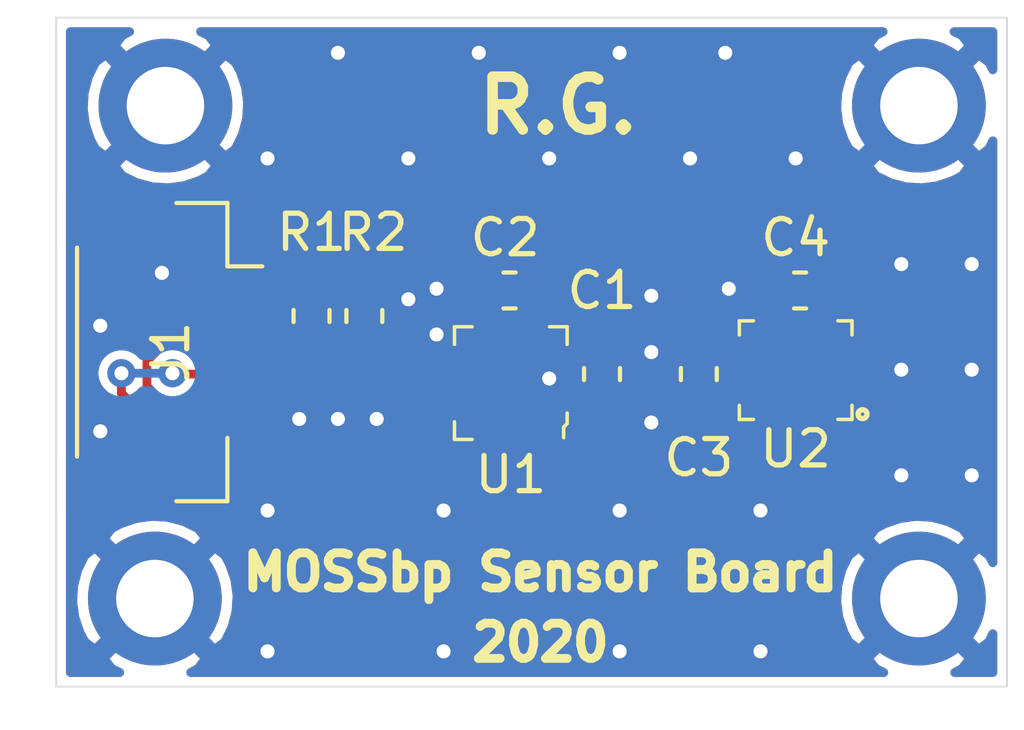
<source format=kicad_pcb>
(kicad_pcb (version 20171130) (host pcbnew 5.1.5-52549c5~84~ubuntu18.04.1)

  (general
    (thickness 1.6)
    (drawings 8)
    (tracks 109)
    (zones 0)
    (modules 13)
    (nets 5)
  )

  (page A4)
  (layers
    (0 F.Cu signal)
    (31 B.Cu signal)
    (32 B.Adhes user)
    (33 F.Adhes user)
    (34 B.Paste user)
    (35 F.Paste user)
    (36 B.SilkS user)
    (37 F.SilkS user)
    (38 B.Mask user)
    (39 F.Mask user)
    (40 Dwgs.User user)
    (41 Cmts.User user)
    (42 Eco1.User user)
    (43 Eco2.User user)
    (44 Edge.Cuts user)
    (45 Margin user)
    (46 B.CrtYd user)
    (47 F.CrtYd user)
    (48 B.Fab user)
    (49 F.Fab user)
  )

  (setup
    (last_trace_width 0.25)
    (trace_clearance 0.2)
    (zone_clearance 0.25)
    (zone_45_only no)
    (trace_min 0.2)
    (via_size 0.8)
    (via_drill 0.4)
    (via_min_size 0.4)
    (via_min_drill 0.3)
    (uvia_size 0.3)
    (uvia_drill 0.1)
    (uvias_allowed no)
    (uvia_min_size 0.2)
    (uvia_min_drill 0.1)
    (edge_width 0.05)
    (segment_width 0.2)
    (pcb_text_width 0.3)
    (pcb_text_size 1.5 1.5)
    (mod_edge_width 0.12)
    (mod_text_size 1 1)
    (mod_text_width 0.15)
    (pad_size 1.524 1.524)
    (pad_drill 0.762)
    (pad_to_mask_clearance 0.051)
    (solder_mask_min_width 0.25)
    (aux_axis_origin 0 0)
    (visible_elements FFFDFF7F)
    (pcbplotparams
      (layerselection 0x010fc_ffffffff)
      (usegerberextensions false)
      (usegerberattributes false)
      (usegerberadvancedattributes false)
      (creategerberjobfile false)
      (excludeedgelayer true)
      (linewidth 0.100000)
      (plotframeref false)
      (viasonmask false)
      (mode 1)
      (useauxorigin false)
      (hpglpennumber 1)
      (hpglpenspeed 20)
      (hpglpendiameter 15.000000)
      (psnegative false)
      (psa4output false)
      (plotreference true)
      (plotvalue true)
      (plotinvisibletext false)
      (padsonsilk false)
      (subtractmaskfromsilk false)
      (outputformat 1)
      (mirror false)
      (drillshape 1)
      (scaleselection 1)
      (outputdirectory ""))
  )

  (net 0 "")
  (net 1 GND)
  (net 2 +3V3)
  (net 3 /I2C_SDA)
  (net 4 /I2C_SCL)

  (net_class Default "This is the default net class."
    (clearance 0.2)
    (trace_width 0.25)
    (via_dia 0.8)
    (via_drill 0.4)
    (uvia_dia 0.3)
    (uvia_drill 0.1)
    (add_net +3V3)
    (add_net /I2C_SCL)
    (add_net /I2C_SDA)
    (add_net GND)
  )

  (module MountingHole:MountingHole_2.2mm_M2_ISO14580_Pad (layer F.Cu) (tedit 56D1B4CB) (tstamp 5E2EAD6A)
    (at 142.5 96.5)
    (descr "Mounting Hole 2.2mm, M2, ISO14580")
    (tags "mounting hole 2.2mm m2 iso14580")
    (path /5E3654E0)
    (attr virtual)
    (fp_text reference H4 (at 0 -2.9) (layer F.SilkS) hide
      (effects (font (size 1 1) (thickness 0.15)))
    )
    (fp_text value MH (at 0 2.9) (layer F.Fab)
      (effects (font (size 1 1) (thickness 0.15)))
    )
    (fp_circle (center 0 0) (end 2.15 0) (layer F.CrtYd) (width 0.05))
    (fp_circle (center 0 0) (end 1.9 0) (layer Cmts.User) (width 0.15))
    (fp_text user %R (at 0.3 0) (layer F.Fab)
      (effects (font (size 1 1) (thickness 0.15)))
    )
    (pad 1 thru_hole circle (at 0 0) (size 3.8 3.8) (drill 2.2) (layers *.Cu *.Mask)
      (net 1 GND))
  )

  (module MountingHole:MountingHole_2.2mm_M2_ISO14580_Pad (layer F.Cu) (tedit 56D1B4CB) (tstamp 5E2EBB0D)
    (at 142.5 82.5)
    (descr "Mounting Hole 2.2mm, M2, ISO14580")
    (tags "mounting hole 2.2mm m2 iso14580")
    (path /5E36525E)
    (attr virtual)
    (fp_text reference H3 (at 0 -2.9) (layer F.SilkS) hide
      (effects (font (size 1 1) (thickness 0.15)))
    )
    (fp_text value MH (at 0 2.9) (layer F.Fab)
      (effects (font (size 1 1) (thickness 0.15)))
    )
    (fp_circle (center 0 0) (end 2.15 0) (layer F.CrtYd) (width 0.05))
    (fp_circle (center 0 0) (end 1.9 0) (layer Cmts.User) (width 0.15))
    (fp_text user %R (at 0.3 0) (layer F.Fab)
      (effects (font (size 1 1) (thickness 0.15)))
    )
    (pad 1 thru_hole circle (at 0 0) (size 3.8 3.8) (drill 2.2) (layers *.Cu *.Mask)
      (net 1 GND))
  )

  (module MountingHole:MountingHole_2.2mm_M2_ISO14580_Pad (layer F.Cu) (tedit 56D1B4CB) (tstamp 5E2EAB3F)
    (at 120.8 96.5)
    (descr "Mounting Hole 2.2mm, M2, ISO14580")
    (tags "mounting hole 2.2mm m2 iso14580")
    (path /5E364F01)
    (attr virtual)
    (fp_text reference H2 (at 0 -2.9) (layer F.SilkS) hide
      (effects (font (size 1 1) (thickness 0.15)))
    )
    (fp_text value MH (at 0 2.9) (layer F.Fab)
      (effects (font (size 1 1) (thickness 0.15)))
    )
    (fp_circle (center 0 0) (end 2.15 0) (layer F.CrtYd) (width 0.05))
    (fp_circle (center 0 0) (end 1.9 0) (layer Cmts.User) (width 0.15))
    (fp_text user %R (at 0.3 0) (layer F.Fab)
      (effects (font (size 1 1) (thickness 0.15)))
    )
    (pad 1 thru_hole circle (at 0 0) (size 3.8 3.8) (drill 2.2) (layers *.Cu *.Mask)
      (net 1 GND))
  )

  (module MountingHole:MountingHole_2.2mm_M2_ISO14580_Pad (layer F.Cu) (tedit 56D1B4CB) (tstamp 5E2EBACA)
    (at 121.1 82.5)
    (descr "Mounting Hole 2.2mm, M2, ISO14580")
    (tags "mounting hole 2.2mm m2 iso14580")
    (path /5E362674)
    (attr virtual)
    (fp_text reference H1 (at 0 -2.9) (layer F.SilkS) hide
      (effects (font (size 1 1) (thickness 0.15)))
    )
    (fp_text value MH (at 0 2.9) (layer F.Fab)
      (effects (font (size 1 1) (thickness 0.15)))
    )
    (fp_circle (center 0 0) (end 2.15 0) (layer F.CrtYd) (width 0.05))
    (fp_circle (center 0 0) (end 1.9 0) (layer Cmts.User) (width 0.15))
    (fp_text user %R (at 0.3 0) (layer F.Fab)
      (effects (font (size 1 1) (thickness 0.15)))
    )
    (pad 1 thru_hole circle (at 0 0) (size 3.8 3.8) (drill 2.2) (layers *.Cu *.Mask)
      (net 1 GND))
  )

  (module digikey-footprints:BMI160 (layer F.Cu) (tedit 5D288EA8) (tstamp 5E2E9757)
    (at 139 90.0125 180)
    (descr https://ae-bst.resource.bosch.com/media/_tech/media/datasheets/BST-BMI160-DS000-07.pdf)
    (path /5E309249)
    (attr smd)
    (fp_text reference U2 (at 0 -2.2375) (layer F.SilkS)
      (effects (font (size 1 1) (thickness 0.15)))
    )
    (fp_text value BMI160 (at 0.11 2.37) (layer F.Fab)
      (effects (font (size 1 1) (thickness 0.15)))
    )
    (fp_circle (center -1.9 -1.25) (end -1.9 -1.3) (layer F.SilkS) (width 0.1524))
    (fp_line (start 1.5 1.25) (end 1.5 -1.25) (layer F.Fab) (width 0.1))
    (fp_line (start 1.5 -1.25) (end -1.5 -1.25) (layer F.Fab) (width 0.1))
    (fp_line (start 1.5 1.25) (end -1.5 1.25) (layer F.Fab) (width 0.1))
    (fp_line (start -1.5 1.25) (end -1.5 -1.25) (layer F.Fab) (width 0.1))
    (fp_line (start 1.6 -1.4) (end 1.6 -1) (layer F.SilkS) (width 0.1))
    (fp_line (start 1.6 -1.4) (end 1.2 -1.4) (layer F.SilkS) (width 0.1))
    (fp_line (start -1.6 -1.4) (end -1.2 -1.4) (layer F.SilkS) (width 0.1))
    (fp_line (start -1.6 -1.4) (end -1.6 -1) (layer F.SilkS) (width 0.1))
    (fp_line (start -1.6 1.4) (end -1.6 1) (layer F.SilkS) (width 0.1))
    (fp_line (start -1.6 1.4) (end -1.2 1.4) (layer F.SilkS) (width 0.1))
    (fp_line (start 1.6 1.4) (end 1.2 1.4) (layer F.SilkS) (width 0.1))
    (fp_line (start 1.6 1.4) (end 1.6 1) (layer F.SilkS) (width 0.1))
    (fp_text user %R (at 0 0) (layer F.Fab)
      (effects (font (size 0.5 0.5) (thickness 0.05)))
    )
    (fp_line (start 1.75 -1.5) (end -1.75 -1.5) (layer F.CrtYd) (width 0.05))
    (fp_line (start 1.75 -1.5) (end 1.75 1.5) (layer F.CrtYd) (width 0.05))
    (fp_line (start -1.75 -1.5) (end -1.75 1.5) (layer F.CrtYd) (width 0.05))
    (fp_line (start 1.75 1.5) (end -1.75 1.5) (layer F.CrtYd) (width 0.05))
    (pad 11 smd rect (at 1.2625 -0.75 180) (size 0.675 0.25) (layers F.Cu F.Paste F.Mask))
    (pad 10 smd rect (at 1.2625 -0.25 180) (size 0.675 0.25) (layers F.Cu F.Paste F.Mask))
    (pad 9 smd rect (at 1.2625 0.25 180) (size 0.675 0.25) (layers F.Cu F.Paste F.Mask))
    (pad 8 smd rect (at 1.2625 0.75 180) (size 0.675 0.25) (layers F.Cu F.Paste F.Mask)
      (net 2 +3V3))
    (pad 14 smd rect (at -0.5 -1.0125 180) (size 0.25 0.675) (layers F.Cu F.Paste F.Mask)
      (net 3 /I2C_SDA))
    (pad 13 smd rect (at 0 -1.0125 180) (size 0.25 0.675) (layers F.Cu F.Paste F.Mask)
      (net 4 /I2C_SCL))
    (pad 12 smd rect (at 0.5 -1.0125 180) (size 0.25 0.675) (layers F.Cu F.Paste F.Mask)
      (net 2 +3V3))
    (pad 7 smd rect (at 0.5 1.0125 180) (size 0.25 0.675) (layers F.Cu F.Paste F.Mask)
      (net 1 GND))
    (pad 6 smd rect (at 0 1.0125 180) (size 0.25 0.675) (layers F.Cu F.Paste F.Mask)
      (net 1 GND))
    (pad 4 smd rect (at -1.2625 0.75 180) (size 0.675 0.25) (layers F.Cu F.Paste F.Mask))
    (pad 3 smd rect (at -1.2625 0.25 180) (size 0.675 0.25) (layers F.Cu F.Paste F.Mask))
    (pad 2 smd rect (at -1.2625 -0.25 180) (size 0.675 0.25) (layers F.Cu F.Paste F.Mask))
    (pad 1 smd rect (at -1.2625 -0.75 180) (size 0.675 0.25) (layers F.Cu F.Paste F.Mask))
    (pad 5 smd rect (at -0.5 1.0125 180) (size 0.25 0.675) (layers F.Cu F.Paste F.Mask)
      (net 2 +3V3))
  )

  (module digikey-footprints:BME680 (layer F.Cu) (tedit 5D288EA0) (tstamp 5E2E9733)
    (at 130.91 90.38 180)
    (descr https://ae-bst.resource.bosch.com/media/_tech/media/datasheets/BST-BME680-DS001-00.pdf)
    (path /5E2BB4B6)
    (attr smd)
    (fp_text reference U1 (at 0 -2.6) (layer F.SilkS)
      (effects (font (size 1 1) (thickness 0.15)))
    )
    (fp_text value BME680 (at 0 2.85) (layer F.Fab)
      (effects (font (size 1 1) (thickness 0.15)))
    )
    (fp_line (start 1.5 -1.5) (end 1.5 1.5) (layer F.Fab) (width 0.1))
    (fp_line (start -1.5 1.5) (end 1.5 1.5) (layer F.Fab) (width 0.1))
    (fp_line (start -1.6 1.6) (end -1.1 1.6) (layer F.SilkS) (width 0.1))
    (fp_line (start -1.6 1.6) (end -1.6 1.1) (layer F.SilkS) (width 0.1))
    (fp_line (start -1.5 -1.1) (end -1.1 -1.5) (layer F.Fab) (width 0.1))
    (fp_line (start -1.1 -1.5) (end 1.5 -1.5) (layer F.Fab) (width 0.1))
    (fp_line (start -1.5 -1.1) (end -1.5 1.5) (layer F.Fab) (width 0.1))
    (fp_line (start 1.6 -1.6) (end 1.1 -1.6) (layer F.SilkS) (width 0.1))
    (fp_line (start 1.6 -1.6) (end 1.6 -1.1) (layer F.SilkS) (width 0.1))
    (fp_line (start 1.6 1.6) (end 1.1 1.6) (layer F.SilkS) (width 0.1))
    (fp_line (start 1.6 1.6) (end 1.6 1.1) (layer F.SilkS) (width 0.1))
    (fp_line (start 1.75 1.75) (end 1.75 -1.75) (layer F.CrtYd) (width 0.05))
    (fp_line (start 1.75 1.75) (end -1.75 1.75) (layer F.CrtYd) (width 0.05))
    (fp_line (start -1.75 1.75) (end -1.75 -1.75) (layer F.CrtYd) (width 0.05))
    (fp_line (start 1.75 -1.75) (end -1.75 -1.75) (layer F.CrtYd) (width 0.05))
    (fp_text user %R (at 0 0) (layer F.Fab)
      (effects (font (size 0.5 0.5) (thickness 0.05)))
    )
    (fp_line (start -1.6 -0.85) (end -1.6 -1.15) (layer F.SilkS) (width 0.1))
    (fp_line (start -1.5 -1.25) (end -1.5 -1.55) (layer F.SilkS) (width 0.1))
    (fp_line (start -1.6 -1.15) (end -1.5 -1.25) (layer F.SilkS) (width 0.1))
    (pad 8 smd rect (at -1.2 1.2 180) (size 0.4 0.4) (layers F.Cu F.Paste F.Mask)
      (net 2 +3V3) (solder_mask_margin 0.1))
    (pad 7 smd rect (at -0.4 1.2 180) (size 0.4 0.4) (layers F.Cu F.Paste F.Mask)
      (net 1 GND) (solder_mask_margin 0.1))
    (pad 6 smd rect (at 0.4 1.2 180) (size 0.4 0.4) (layers F.Cu F.Paste F.Mask)
      (net 2 +3V3) (solder_mask_margin 0.1))
    (pad 5 smd rect (at 1.2 1.2 180) (size 0.4 0.4) (layers F.Cu F.Paste F.Mask)
      (net 1 GND) (solder_mask_margin 0.1))
    (pad 4 smd rect (at 1.2 -1.2 180) (size 0.4 0.4) (layers F.Cu F.Paste F.Mask)
      (net 4 /I2C_SCL) (solder_mask_margin 0.1))
    (pad 3 smd rect (at 0.4 -1.2 180) (size 0.4 0.4) (layers F.Cu F.Paste F.Mask)
      (net 3 /I2C_SDA) (solder_mask_margin 0.1))
    (pad 2 smd rect (at -0.4 -1.2 180) (size 0.4 0.4) (layers F.Cu F.Paste F.Mask)
      (net 2 +3V3) (solder_mask_margin 0.1))
    (pad 1 smd rect (at -1.2 -1.2 180) (size 0.4 0.4) (layers F.Cu F.Paste F.Mask)
      (net 1 GND) (solder_mask_margin 0.1))
  )

  (module Resistor_SMD:R_0603_1608Metric_Pad1.05x0.95mm_HandSolder (layer F.Cu) (tedit 5B301BBD) (tstamp 5E2EAF13)
    (at 126.75 88.475 270)
    (descr "Resistor SMD 0603 (1608 Metric), square (rectangular) end terminal, IPC_7351 nominal with elongated pad for handsoldering. (Body size source: http://www.tortai-tech.com/upload/download/2011102023233369053.pdf), generated with kicad-footprint-generator")
    (tags "resistor handsolder")
    (path /5E2DE596)
    (attr smd)
    (fp_text reference R2 (at -2.375 -0.25 180) (layer F.SilkS)
      (effects (font (size 1 1) (thickness 0.15)))
    )
    (fp_text value 4.7k (at 0 1.43 90) (layer F.Fab)
      (effects (font (size 1 1) (thickness 0.15)))
    )
    (fp_text user %R (at 0 0 90) (layer F.Fab)
      (effects (font (size 0.4 0.4) (thickness 0.06)))
    )
    (fp_line (start 1.65 0.73) (end -1.65 0.73) (layer F.CrtYd) (width 0.05))
    (fp_line (start 1.65 -0.73) (end 1.65 0.73) (layer F.CrtYd) (width 0.05))
    (fp_line (start -1.65 -0.73) (end 1.65 -0.73) (layer F.CrtYd) (width 0.05))
    (fp_line (start -1.65 0.73) (end -1.65 -0.73) (layer F.CrtYd) (width 0.05))
    (fp_line (start -0.171267 0.51) (end 0.171267 0.51) (layer F.SilkS) (width 0.12))
    (fp_line (start -0.171267 -0.51) (end 0.171267 -0.51) (layer F.SilkS) (width 0.12))
    (fp_line (start 0.8 0.4) (end -0.8 0.4) (layer F.Fab) (width 0.1))
    (fp_line (start 0.8 -0.4) (end 0.8 0.4) (layer F.Fab) (width 0.1))
    (fp_line (start -0.8 -0.4) (end 0.8 -0.4) (layer F.Fab) (width 0.1))
    (fp_line (start -0.8 0.4) (end -0.8 -0.4) (layer F.Fab) (width 0.1))
    (pad 2 smd roundrect (at 0.875 0 270) (size 1.05 0.95) (layers F.Cu F.Paste F.Mask) (roundrect_rratio 0.25)
      (net 3 /I2C_SDA))
    (pad 1 smd roundrect (at -0.875 0 270) (size 1.05 0.95) (layers F.Cu F.Paste F.Mask) (roundrect_rratio 0.25)
      (net 2 +3V3))
    (model ${KISYS3DMOD}/Resistor_SMD.3dshapes/R_0603_1608Metric.wrl
      (at (xyz 0 0 0))
      (scale (xyz 1 1 1))
      (rotate (xyz 0 0 0))
    )
  )

  (module Resistor_SMD:R_0603_1608Metric_Pad1.05x0.95mm_HandSolder (layer F.Cu) (tedit 5B301BBD) (tstamp 5E2EAF74)
    (at 125.25 88.475 270)
    (descr "Resistor SMD 0603 (1608 Metric), square (rectangular) end terminal, IPC_7351 nominal with elongated pad for handsoldering. (Body size source: http://www.tortai-tech.com/upload/download/2011102023233369053.pdf), generated with kicad-footprint-generator")
    (tags "resistor handsolder")
    (path /5E2D973D)
    (attr smd)
    (fp_text reference R1 (at -2.375 0 180) (layer F.SilkS)
      (effects (font (size 1 1) (thickness 0.15)))
    )
    (fp_text value 4.7k (at 0 1.43 90) (layer F.Fab)
      (effects (font (size 1 1) (thickness 0.15)))
    )
    (fp_text user %R (at 0 0 90) (layer F.Fab)
      (effects (font (size 0.4 0.4) (thickness 0.06)))
    )
    (fp_line (start 1.65 0.73) (end -1.65 0.73) (layer F.CrtYd) (width 0.05))
    (fp_line (start 1.65 -0.73) (end 1.65 0.73) (layer F.CrtYd) (width 0.05))
    (fp_line (start -1.65 -0.73) (end 1.65 -0.73) (layer F.CrtYd) (width 0.05))
    (fp_line (start -1.65 0.73) (end -1.65 -0.73) (layer F.CrtYd) (width 0.05))
    (fp_line (start -0.171267 0.51) (end 0.171267 0.51) (layer F.SilkS) (width 0.12))
    (fp_line (start -0.171267 -0.51) (end 0.171267 -0.51) (layer F.SilkS) (width 0.12))
    (fp_line (start 0.8 0.4) (end -0.8 0.4) (layer F.Fab) (width 0.1))
    (fp_line (start 0.8 -0.4) (end 0.8 0.4) (layer F.Fab) (width 0.1))
    (fp_line (start -0.8 -0.4) (end 0.8 -0.4) (layer F.Fab) (width 0.1))
    (fp_line (start -0.8 0.4) (end -0.8 -0.4) (layer F.Fab) (width 0.1))
    (pad 2 smd roundrect (at 0.875 0 270) (size 1.05 0.95) (layers F.Cu F.Paste F.Mask) (roundrect_rratio 0.25)
      (net 4 /I2C_SCL))
    (pad 1 smd roundrect (at -0.875 0 270) (size 1.05 0.95) (layers F.Cu F.Paste F.Mask) (roundrect_rratio 0.25)
      (net 2 +3V3))
    (model ${KISYS3DMOD}/Resistor_SMD.3dshapes/R_0603_1608Metric.wrl
      (at (xyz 0 0 0))
      (scale (xyz 1 1 1))
      (rotate (xyz 0 0 0))
    )
  )

  (module Connector_JST:JST_GH_SM04B-GHS-TB_1x04-1MP_P1.25mm_Horizontal (layer F.Cu) (tedit 5B78AD87) (tstamp 5E2E96F2)
    (at 121.15 89.5 270)
    (descr "JST GH series connector, SM04B-GHS-TB (http://www.jst-mfg.com/product/pdf/eng/eGH.pdf), generated with kicad-footprint-generator")
    (tags "connector JST GH top entry")
    (path /5E2A67F5)
    (attr smd)
    (fp_text reference J1 (at 0 -0.1 90) (layer F.SilkS)
      (effects (font (size 1 1) (thickness 0.15)))
    )
    (fp_text value I2C (at 0 3.9 90) (layer F.Fab)
      (effects (font (size 1 1) (thickness 0.15)))
    )
    (fp_text user %R (at 0 0 90) (layer F.Fab)
      (effects (font (size 1 1) (thickness 0.15)))
    )
    (fp_line (start -1.875 -0.892893) (end -1.375 -1.6) (layer F.Fab) (width 0.1))
    (fp_line (start -2.375 -1.6) (end -1.875 -0.892893) (layer F.Fab) (width 0.1))
    (fp_line (start 4.72 -3.2) (end -4.72 -3.2) (layer F.CrtYd) (width 0.05))
    (fp_line (start 4.72 3.2) (end 4.72 -3.2) (layer F.CrtYd) (width 0.05))
    (fp_line (start -4.72 3.2) (end 4.72 3.2) (layer F.CrtYd) (width 0.05))
    (fp_line (start -4.72 -3.2) (end -4.72 3.2) (layer F.CrtYd) (width 0.05))
    (fp_line (start 4.125 -1.6) (end 4.125 2.45) (layer F.Fab) (width 0.1))
    (fp_line (start -4.125 -1.6) (end -4.125 2.45) (layer F.Fab) (width 0.1))
    (fp_line (start -4.125 2.45) (end 4.125 2.45) (layer F.Fab) (width 0.1))
    (fp_line (start -2.965 2.56) (end 2.965 2.56) (layer F.SilkS) (width 0.12))
    (fp_line (start 4.235 -1.71) (end 2.435 -1.71) (layer F.SilkS) (width 0.12))
    (fp_line (start 4.235 -0.26) (end 4.235 -1.71) (layer F.SilkS) (width 0.12))
    (fp_line (start -2.435 -1.71) (end -2.435 -2.7) (layer F.SilkS) (width 0.12))
    (fp_line (start -4.235 -1.71) (end -2.435 -1.71) (layer F.SilkS) (width 0.12))
    (fp_line (start -4.235 -0.26) (end -4.235 -1.71) (layer F.SilkS) (width 0.12))
    (fp_line (start -4.125 -1.6) (end 4.125 -1.6) (layer F.Fab) (width 0.1))
    (pad MP smd roundrect (at 3.725 1.35 270) (size 1 2.7) (layers F.Cu F.Paste F.Mask) (roundrect_rratio 0.25))
    (pad MP smd roundrect (at -3.725 1.35 270) (size 1 2.7) (layers F.Cu F.Paste F.Mask) (roundrect_rratio 0.25))
    (pad 4 smd roundrect (at 1.875 -1.85 270) (size 0.6 1.7) (layers F.Cu F.Paste F.Mask) (roundrect_rratio 0.25)
      (net 1 GND))
    (pad 3 smd roundrect (at 0.625 -1.85 270) (size 0.6 1.7) (layers F.Cu F.Paste F.Mask) (roundrect_rratio 0.25)
      (net 3 /I2C_SDA))
    (pad 2 smd roundrect (at -0.625 -1.85 270) (size 0.6 1.7) (layers F.Cu F.Paste F.Mask) (roundrect_rratio 0.25)
      (net 4 /I2C_SCL))
    (pad 1 smd roundrect (at -1.875 -1.85 270) (size 0.6 1.7) (layers F.Cu F.Paste F.Mask) (roundrect_rratio 0.25)
      (net 2 +3V3))
    (model ${KISYS3DMOD}/Connector_JST.3dshapes/JST_GH_SM04B-GHS-TB_1x04-1MP_P1.25mm_Horizontal.wrl
      (at (xyz 0 0 0))
      (scale (xyz 1 1 1))
      (rotate (xyz 0 0 0))
    )
  )

  (module Capacitor_SMD:C_0603_1608Metric_Pad1.05x0.95mm_HandSolder (layer F.Cu) (tedit 5B301BBE) (tstamp 5E2E96D7)
    (at 139.125 87.75 180)
    (descr "Capacitor SMD 0603 (1608 Metric), square (rectangular) end terminal, IPC_7351 nominal with elongated pad for handsoldering. (Body size source: http://www.tortai-tech.com/upload/download/2011102023233369053.pdf), generated with kicad-footprint-generator")
    (tags "capacitor handsolder")
    (path /5E312C1A)
    (attr smd)
    (fp_text reference C4 (at 0.125 1.5) (layer F.SilkS)
      (effects (font (size 1 1) (thickness 0.15)))
    )
    (fp_text value 100n (at 0 1.43) (layer F.Fab)
      (effects (font (size 1 1) (thickness 0.15)))
    )
    (fp_text user %R (at 0 0) (layer F.Fab)
      (effects (font (size 0.4 0.4) (thickness 0.06)))
    )
    (fp_line (start 1.65 0.73) (end -1.65 0.73) (layer F.CrtYd) (width 0.05))
    (fp_line (start 1.65 -0.73) (end 1.65 0.73) (layer F.CrtYd) (width 0.05))
    (fp_line (start -1.65 -0.73) (end 1.65 -0.73) (layer F.CrtYd) (width 0.05))
    (fp_line (start -1.65 0.73) (end -1.65 -0.73) (layer F.CrtYd) (width 0.05))
    (fp_line (start -0.171267 0.51) (end 0.171267 0.51) (layer F.SilkS) (width 0.12))
    (fp_line (start -0.171267 -0.51) (end 0.171267 -0.51) (layer F.SilkS) (width 0.12))
    (fp_line (start 0.8 0.4) (end -0.8 0.4) (layer F.Fab) (width 0.1))
    (fp_line (start 0.8 -0.4) (end 0.8 0.4) (layer F.Fab) (width 0.1))
    (fp_line (start -0.8 -0.4) (end 0.8 -0.4) (layer F.Fab) (width 0.1))
    (fp_line (start -0.8 0.4) (end -0.8 -0.4) (layer F.Fab) (width 0.1))
    (pad 2 smd roundrect (at 0.875 0 180) (size 1.05 0.95) (layers F.Cu F.Paste F.Mask) (roundrect_rratio 0.25)
      (net 1 GND))
    (pad 1 smd roundrect (at -0.875 0 180) (size 1.05 0.95) (layers F.Cu F.Paste F.Mask) (roundrect_rratio 0.25)
      (net 2 +3V3))
    (model ${KISYS3DMOD}/Capacitor_SMD.3dshapes/C_0603_1608Metric.wrl
      (at (xyz 0 0 0))
      (scale (xyz 1 1 1))
      (rotate (xyz 0 0 0))
    )
  )

  (module Capacitor_SMD:C_0603_1608Metric_Pad1.05x0.95mm_HandSolder (layer F.Cu) (tedit 5B301BBE) (tstamp 5E2E96C6)
    (at 136.25 90.125 270)
    (descr "Capacitor SMD 0603 (1608 Metric), square (rectangular) end terminal, IPC_7351 nominal with elongated pad for handsoldering. (Body size source: http://www.tortai-tech.com/upload/download/2011102023233369053.pdf), generated with kicad-footprint-generator")
    (tags "capacitor handsolder")
    (path /5E312C31)
    (attr smd)
    (fp_text reference C3 (at 2.375 0 180) (layer F.SilkS)
      (effects (font (size 1 1) (thickness 0.15)))
    )
    (fp_text value 100n (at 0 1.43 90) (layer F.Fab)
      (effects (font (size 1 1) (thickness 0.15)))
    )
    (fp_text user %R (at 0 0 90) (layer F.Fab)
      (effects (font (size 0.4 0.4) (thickness 0.06)))
    )
    (fp_line (start 1.65 0.73) (end -1.65 0.73) (layer F.CrtYd) (width 0.05))
    (fp_line (start 1.65 -0.73) (end 1.65 0.73) (layer F.CrtYd) (width 0.05))
    (fp_line (start -1.65 -0.73) (end 1.65 -0.73) (layer F.CrtYd) (width 0.05))
    (fp_line (start -1.65 0.73) (end -1.65 -0.73) (layer F.CrtYd) (width 0.05))
    (fp_line (start -0.171267 0.51) (end 0.171267 0.51) (layer F.SilkS) (width 0.12))
    (fp_line (start -0.171267 -0.51) (end 0.171267 -0.51) (layer F.SilkS) (width 0.12))
    (fp_line (start 0.8 0.4) (end -0.8 0.4) (layer F.Fab) (width 0.1))
    (fp_line (start 0.8 -0.4) (end 0.8 0.4) (layer F.Fab) (width 0.1))
    (fp_line (start -0.8 -0.4) (end 0.8 -0.4) (layer F.Fab) (width 0.1))
    (fp_line (start -0.8 0.4) (end -0.8 -0.4) (layer F.Fab) (width 0.1))
    (pad 2 smd roundrect (at 0.875 0 270) (size 1.05 0.95) (layers F.Cu F.Paste F.Mask) (roundrect_rratio 0.25)
      (net 1 GND))
    (pad 1 smd roundrect (at -0.875 0 270) (size 1.05 0.95) (layers F.Cu F.Paste F.Mask) (roundrect_rratio 0.25)
      (net 2 +3V3))
    (model ${KISYS3DMOD}/Capacitor_SMD.3dshapes/C_0603_1608Metric.wrl
      (at (xyz 0 0 0))
      (scale (xyz 1 1 1))
      (rotate (xyz 0 0 0))
    )
  )

  (module Capacitor_SMD:C_0603_1608Metric_Pad1.05x0.95mm_HandSolder (layer F.Cu) (tedit 5B301BBE) (tstamp 5E2E96B5)
    (at 130.875 87.75 180)
    (descr "Capacitor SMD 0603 (1608 Metric), square (rectangular) end terminal, IPC_7351 nominal with elongated pad for handsoldering. (Body size source: http://www.tortai-tech.com/upload/download/2011102023233369053.pdf), generated with kicad-footprint-generator")
    (tags "capacitor handsolder")
    (path /5E2C524A)
    (attr smd)
    (fp_text reference C2 (at 0.125 1.5) (layer F.SilkS)
      (effects (font (size 1 1) (thickness 0.15)))
    )
    (fp_text value 100n (at 0 1.43) (layer F.Fab)
      (effects (font (size 1 1) (thickness 0.15)))
    )
    (fp_text user %R (at 0 0) (layer F.Fab)
      (effects (font (size 0.4 0.4) (thickness 0.06)))
    )
    (fp_line (start 1.65 0.73) (end -1.65 0.73) (layer F.CrtYd) (width 0.05))
    (fp_line (start 1.65 -0.73) (end 1.65 0.73) (layer F.CrtYd) (width 0.05))
    (fp_line (start -1.65 -0.73) (end 1.65 -0.73) (layer F.CrtYd) (width 0.05))
    (fp_line (start -1.65 0.73) (end -1.65 -0.73) (layer F.CrtYd) (width 0.05))
    (fp_line (start -0.171267 0.51) (end 0.171267 0.51) (layer F.SilkS) (width 0.12))
    (fp_line (start -0.171267 -0.51) (end 0.171267 -0.51) (layer F.SilkS) (width 0.12))
    (fp_line (start 0.8 0.4) (end -0.8 0.4) (layer F.Fab) (width 0.1))
    (fp_line (start 0.8 -0.4) (end 0.8 0.4) (layer F.Fab) (width 0.1))
    (fp_line (start -0.8 -0.4) (end 0.8 -0.4) (layer F.Fab) (width 0.1))
    (fp_line (start -0.8 0.4) (end -0.8 -0.4) (layer F.Fab) (width 0.1))
    (pad 2 smd roundrect (at 0.875 0 180) (size 1.05 0.95) (layers F.Cu F.Paste F.Mask) (roundrect_rratio 0.25)
      (net 1 GND))
    (pad 1 smd roundrect (at -0.875 0 180) (size 1.05 0.95) (layers F.Cu F.Paste F.Mask) (roundrect_rratio 0.25)
      (net 2 +3V3))
    (model ${KISYS3DMOD}/Capacitor_SMD.3dshapes/C_0603_1608Metric.wrl
      (at (xyz 0 0 0))
      (scale (xyz 1 1 1))
      (rotate (xyz 0 0 0))
    )
  )

  (module Capacitor_SMD:C_0603_1608Metric_Pad1.05x0.95mm_HandSolder (layer F.Cu) (tedit 5B301BBE) (tstamp 5E2E96A4)
    (at 133.5 90.125 270)
    (descr "Capacitor SMD 0603 (1608 Metric), square (rectangular) end terminal, IPC_7351 nominal with elongated pad for handsoldering. (Body size source: http://www.tortai-tech.com/upload/download/2011102023233369053.pdf), generated with kicad-footprint-generator")
    (tags "capacitor handsolder")
    (path /5E2C4F8A)
    (attr smd)
    (fp_text reference C1 (at -2.375 0 180) (layer F.SilkS)
      (effects (font (size 1 1) (thickness 0.15)))
    )
    (fp_text value 100n (at 0 1.43 90) (layer F.Fab)
      (effects (font (size 1 1) (thickness 0.15)))
    )
    (fp_text user %R (at 0 0 90) (layer F.Fab)
      (effects (font (size 0.4 0.4) (thickness 0.06)))
    )
    (fp_line (start 1.65 0.73) (end -1.65 0.73) (layer F.CrtYd) (width 0.05))
    (fp_line (start 1.65 -0.73) (end 1.65 0.73) (layer F.CrtYd) (width 0.05))
    (fp_line (start -1.65 -0.73) (end 1.65 -0.73) (layer F.CrtYd) (width 0.05))
    (fp_line (start -1.65 0.73) (end -1.65 -0.73) (layer F.CrtYd) (width 0.05))
    (fp_line (start -0.171267 0.51) (end 0.171267 0.51) (layer F.SilkS) (width 0.12))
    (fp_line (start -0.171267 -0.51) (end 0.171267 -0.51) (layer F.SilkS) (width 0.12))
    (fp_line (start 0.8 0.4) (end -0.8 0.4) (layer F.Fab) (width 0.1))
    (fp_line (start 0.8 -0.4) (end 0.8 0.4) (layer F.Fab) (width 0.1))
    (fp_line (start -0.8 -0.4) (end 0.8 -0.4) (layer F.Fab) (width 0.1))
    (fp_line (start -0.8 0.4) (end -0.8 -0.4) (layer F.Fab) (width 0.1))
    (pad 2 smd roundrect (at 0.875 0 270) (size 1.05 0.95) (layers F.Cu F.Paste F.Mask) (roundrect_rratio 0.25)
      (net 1 GND))
    (pad 1 smd roundrect (at -0.875 0 270) (size 1.05 0.95) (layers F.Cu F.Paste F.Mask) (roundrect_rratio 0.25)
      (net 2 +3V3))
    (model ${KISYS3DMOD}/Capacitor_SMD.3dshapes/C_0603_1608Metric.wrl
      (at (xyz 0 0 0))
      (scale (xyz 1 1 1))
      (rotate (xyz 0 0 0))
    )
  )

  (gr_line (start 118 80) (end 118 99) (layer Edge.Cuts) (width 0.05) (tstamp 5E2EBAFB))
  (gr_line (start 145 80) (end 118 80) (layer Edge.Cuts) (width 0.05))
  (gr_line (start 145 81) (end 145 80) (layer Edge.Cuts) (width 0.05))
  (gr_line (start 118 99) (end 145 99) (layer Edge.Cuts) (width 0.05) (tstamp 5E2EBAFA))
  (gr_text 2020 (at 131.75 97.75) (layer F.SilkS) (tstamp 5E2EBA31)
    (effects (font (size 1 1) (thickness 0.25)))
  )
  (gr_text "MOSSbp Sensor Board\n" (at 131.75 95.75) (layer F.SilkS)
    (effects (font (size 1 1) (thickness 0.25)))
  )
  (gr_text R.G. (at 132.25 82.5) (layer F.SilkS)
    (effects (font (size 1.5 1.5) (thickness 0.3)))
  )
  (gr_line (start 145 99) (end 145 81) (layer Edge.Cuts) (width 0.05))

  (via (at 124.9 91.4) (size 0.8) (drill 0.4) (layers F.Cu B.Cu) (net 1))
  (via (at 126 91.4) (size 0.8) (drill 0.4) (layers F.Cu B.Cu) (net 1))
  (via (at 127.1 91.4) (size 0.8) (drill 0.4) (layers F.Cu B.Cu) (net 1))
  (via (at 128.8 89) (size 0.8) (drill 0.4) (layers F.Cu B.Cu) (net 1))
  (via (at 128.8 87.7) (size 0.8) (drill 0.4) (layers F.Cu B.Cu) (net 1))
  (via (at 128 88) (size 0.8) (drill 0.4) (layers F.Cu B.Cu) (net 1))
  (via (at 134.9 87.9) (size 0.8) (drill 0.4) (layers F.Cu B.Cu) (net 1))
  (via (at 134.9 89.5) (size 0.8) (drill 0.4) (layers F.Cu B.Cu) (net 1))
  (via (at 134.9 91.5) (size 0.8) (drill 0.4) (layers F.Cu B.Cu) (net 1))
  (via (at 137.1 87.7) (size 0.8) (drill 0.4) (layers F.Cu B.Cu) (net 1))
  (segment (start 138.5 89) (end 139 89) (width 0.25) (layer F.Cu) (net 1))
  (segment (start 138.5 88) (end 138.25 87.75) (width 0.25) (layer F.Cu) (net 1))
  (segment (start 138.5 89) (end 138.5 88) (width 0.25) (layer F.Cu) (net 1))
  (via (at 124 84) (size 0.8) (drill 0.4) (layers F.Cu B.Cu) (net 1))
  (via (at 128 84) (size 0.8) (drill 0.4) (layers F.Cu B.Cu) (net 1))
  (via (at 132 84) (size 0.8) (drill 0.4) (layers F.Cu B.Cu) (net 1))
  (via (at 136 84) (size 0.8) (drill 0.4) (layers F.Cu B.Cu) (net 1))
  (via (at 139 84) (size 0.8) (drill 0.4) (layers F.Cu B.Cu) (net 1))
  (via (at 126 81) (size 0.8) (drill 0.4) (layers F.Cu B.Cu) (net 1))
  (via (at 130 81) (size 0.8) (drill 0.4) (layers F.Cu B.Cu) (net 1))
  (via (at 134 81) (size 0.8) (drill 0.4) (layers F.Cu B.Cu) (net 1))
  (via (at 137 81) (size 0.8) (drill 0.4) (layers F.Cu B.Cu) (net 1))
  (via (at 144 87) (size 0.8) (drill 0.4) (layers F.Cu B.Cu) (net 1))
  (via (at 142 87) (size 0.8) (drill 0.4) (layers F.Cu B.Cu) (net 1))
  (via (at 144 90) (size 0.8) (drill 0.4) (layers F.Cu B.Cu) (net 1))
  (via (at 142 90) (size 0.8) (drill 0.4) (layers F.Cu B.Cu) (net 1))
  (via (at 144 93) (size 0.8) (drill 0.4) (layers F.Cu B.Cu) (net 1))
  (via (at 142 93) (size 0.8) (drill 0.4) (layers F.Cu B.Cu) (net 1))
  (via (at 124 94) (size 0.8) (drill 0.4) (layers F.Cu B.Cu) (net 1))
  (via (at 124 98) (size 0.8) (drill 0.4) (layers F.Cu B.Cu) (net 1))
  (via (at 129 94) (size 0.8) (drill 0.4) (layers F.Cu B.Cu) (net 1))
  (via (at 129 98) (size 0.8) (drill 0.4) (layers F.Cu B.Cu) (net 1))
  (via (at 134 94) (size 0.8) (drill 0.4) (layers F.Cu B.Cu) (net 1))
  (via (at 134 98) (size 0.8) (drill 0.4) (layers F.Cu B.Cu) (net 1))
  (via (at 138 94) (size 0.8) (drill 0.4) (layers F.Cu B.Cu) (net 1))
  (via (at 138 98) (size 0.8) (drill 0.4) (layers F.Cu B.Cu) (net 1))
  (via (at 119.25 91.75) (size 0.8) (drill 0.4) (layers F.Cu B.Cu) (net 1))
  (via (at 119.25 88.75) (size 0.8) (drill 0.4) (layers F.Cu B.Cu) (net 1))
  (via (at 121 87.25) (size 0.8) (drill 0.4) (layers F.Cu B.Cu) (net 1))
  (via (at 132 90.25) (size 0.8) (drill 0.4) (layers F.Cu B.Cu) (net 1))
  (segment (start 125.225 87.625) (end 125.25 87.6) (width 0.25) (layer F.Cu) (net 2))
  (segment (start 131.42499 86.94999) (end 131.75 87.275) (width 0.25) (layer F.Cu) (net 2))
  (segment (start 127.87501 86.94999) (end 131.42499 86.94999) (width 0.25) (layer F.Cu) (net 2))
  (segment (start 131.75 87.275) (end 131.75 87.75) (width 0.25) (layer F.Cu) (net 2))
  (segment (start 140 87.75) (end 140 87.275) (width 0.25) (layer F.Cu) (net 2))
  (segment (start 140 87.275) (end 139.67499 86.94999) (width 0.25) (layer F.Cu) (net 2))
  (segment (start 136.05001 86.94999) (end 131.42499 86.94999) (width 0.25) (layer F.Cu) (net 2))
  (segment (start 131.75 87.75) (end 133.15 87.75) (width 0.25) (layer F.Cu) (net 2))
  (segment (start 133.5 88.1) (end 133.5 89.25) (width 0.25) (layer F.Cu) (net 2))
  (segment (start 133.15 87.75) (end 133.5 88.1) (width 0.25) (layer F.Cu) (net 2))
  (segment (start 133.43 89.18) (end 133.5 89.25) (width 0.25) (layer F.Cu) (net 2))
  (segment (start 132.11 89.18) (end 133.43 89.18) (width 0.25) (layer F.Cu) (net 2))
  (segment (start 130.51 88.99) (end 131.75 87.75) (width 0.25) (layer F.Cu) (net 2))
  (segment (start 130.51 89.18) (end 130.51 88.99) (width 0.25) (layer F.Cu) (net 2))
  (segment (start 131.31 91.394998) (end 131.31 91.58) (width 0.25) (layer F.Cu) (net 2))
  (segment (start 130.51 90.594998) (end 131.31 91.394998) (width 0.25) (layer F.Cu) (net 2))
  (segment (start 130.51 89.18) (end 130.51 90.594998) (width 0.25) (layer F.Cu) (net 2))
  (segment (start 139.5 88.25) (end 140 87.75) (width 0.25) (layer F.Cu) (net 2))
  (segment (start 139.5 89) (end 139.5 88.25) (width 0.25) (layer F.Cu) (net 2))
  (segment (start 136.2625 89.2625) (end 136.25 89.25) (width 0.25) (layer F.Cu) (net 2))
  (segment (start 137.7375 89.2625) (end 136.2625 89.2625) (width 0.25) (layer F.Cu) (net 2))
  (segment (start 136.25 87.04998) (end 136.25 89.25) (width 0.25) (layer F.Cu) (net 2))
  (segment (start 136.34999 86.94999) (end 136.05001 86.94999) (width 0.25) (layer F.Cu) (net 2))
  (segment (start 136.34999 86.94999) (end 136.25 87.04998) (width 0.25) (layer F.Cu) (net 2))
  (segment (start 139.67499 86.94999) (end 136.34999 86.94999) (width 0.25) (layer F.Cu) (net 2))
  (segment (start 139.5 89.5875) (end 139.5 89) (width 0.25) (layer F.Cu) (net 2))
  (segment (start 138.5 91.025) (end 138.5 90.5875) (width 0.25) (layer F.Cu) (net 2))
  (segment (start 138.5 90.5875) (end 139.5 89.5875) (width 0.25) (layer F.Cu) (net 2))
  (segment (start 126.75 87.6) (end 127.225 87.6) (width 0.25) (layer F.Cu) (net 2))
  (segment (start 127.225 87.6) (end 127.87501 86.94999) (width 0.25) (layer F.Cu) (net 2))
  (segment (start 123 87.625) (end 125.225 87.625) (width 0.25) (layer F.Cu) (net 2))
  (segment (start 125.25 87.6) (end 126.75 87.6) (width 0.25) (layer F.Cu) (net 2))
  (segment (start 123.3 90.425) (end 123 90.125) (width 0.25) (layer F.Cu) (net 3))
  (segment (start 126.75 89.875) (end 126.2 90.425) (width 0.25) (layer F.Cu) (net 3))
  (segment (start 126.2 90.425) (end 123.3 90.425) (width 0.25) (layer F.Cu) (net 3))
  (segment (start 126.75 89.35) (end 126.75 89.875) (width 0.25) (layer F.Cu) (net 3))
  (segment (start 129.249999 92.105001) (end 127.5 90.355002) (width 0.25) (layer F.Cu) (net 3))
  (segment (start 130.434999 92.105001) (end 129.249999 92.105001) (width 0.25) (layer F.Cu) (net 3))
  (segment (start 130.51 91.58) (end 130.51 92.03) (width 0.25) (layer F.Cu) (net 3))
  (segment (start 130.51 92.03) (end 130.434999 92.105001) (width 0.25) (layer F.Cu) (net 3))
  (segment (start 127.5 89.625) (end 127.5 90.355002) (width 0.25) (layer F.Cu) (net 3))
  (segment (start 127.225 89.35) (end 127.5 89.625) (width 0.25) (layer F.Cu) (net 3))
  (segment (start 126.75 89.35) (end 127.225 89.35) (width 0.25) (layer F.Cu) (net 3))
  (via (at 121.3 90.1) (size 0.8) (drill 0.4) (layers F.Cu B.Cu) (net 3))
  (segment (start 123 90.125) (end 121.325 90.125) (width 0.25) (layer F.Cu) (net 3))
  (segment (start 121.325 90.125) (end 121.3 90.1) (width 0.25) (layer F.Cu) (net 3))
  (via (at 119.849999 90.1) (size 0.8) (drill 0.4) (layers F.Cu B.Cu) (net 3))
  (segment (start 121.3 90.1) (end 119.849999 90.1) (width 0.25) (layer B.Cu) (net 3))
  (segment (start 122.189334 93.00502) (end 138.531389 93.005021) (width 0.25) (layer F.Cu) (net 3))
  (segment (start 139.5 92.03641) (end 139.5 91.025) (width 0.25) (layer F.Cu) (net 3))
  (segment (start 138.531389 93.005021) (end 139.5 92.03641) (width 0.25) (layer F.Cu) (net 3))
  (segment (start 119.849999 90.665685) (end 122.189334 93.00502) (width 0.25) (layer F.Cu) (net 3))
  (segment (start 119.849999 90.1) (end 119.849999 90.665685) (width 0.25) (layer F.Cu) (net 3))
  (segment (start 124.775 88.875) (end 125.25 89.35) (width 0.25) (layer F.Cu) (net 4))
  (segment (start 123 88.875) (end 124.775 88.875) (width 0.25) (layer F.Cu) (net 4))
  (segment (start 129.71 91.13) (end 129.71 91.58) (width 0.25) (layer F.Cu) (net 4))
  (segment (start 129.71 90.98949) (end 129.71 91.13) (width 0.25) (layer F.Cu) (net 4))
  (segment (start 125.57501 88.49999) (end 127.2205 88.49999) (width 0.25) (layer F.Cu) (net 4))
  (segment (start 127.2205 88.49999) (end 129.71 90.98949) (width 0.25) (layer F.Cu) (net 4))
  (segment (start 125.25 88.825) (end 125.57501 88.49999) (width 0.25) (layer F.Cu) (net 4))
  (segment (start 125.25 89.35) (end 125.25 88.825) (width 0.25) (layer F.Cu) (net 4))
  (segment (start 122.658243 92.555011) (end 138.344989 92.555011) (width 0.25) (layer F.Cu) (net 4))
  (segment (start 139 91.9) (end 139 91.025) (width 0.25) (layer F.Cu) (net 4))
  (segment (start 138.344989 92.555011) (end 139 91.9) (width 0.25) (layer F.Cu) (net 4))
  (segment (start 120.574999 89.751999) (end 120.574999 90.471767) (width 0.25) (layer F.Cu) (net 4))
  (segment (start 121.151998 89.175) (end 120.574999 89.751999) (width 0.25) (layer F.Cu) (net 4))
  (segment (start 120.574999 90.471767) (end 122.658243 92.555011) (width 0.25) (layer F.Cu) (net 4))
  (segment (start 122.7 89.175) (end 121.151998 89.175) (width 0.25) (layer F.Cu) (net 4))
  (segment (start 123 88.875) (end 122.7 89.175) (width 0.25) (layer F.Cu) (net 4))

  (zone (net 1) (net_name GND) (layer F.Cu) (tstamp 5E2EBC68) (hatch edge 0.508)
    (connect_pads (clearance 0.25))
    (min_thickness 0.25)
    (fill yes (arc_segments 32) (thermal_gap 0.3) (thermal_bridge_width 0.6))
    (polygon
      (pts
        (xy 145.5 99.5) (xy 117.5 99.5) (xy 117.5 79.5) (xy 145.5 79.5)
      )
    )
    (filled_polygon
      (pts
        (xy 119.872223 80.512382) (xy 119.651758 80.804271) (xy 121.1 82.252513) (xy 122.548242 80.804271) (xy 122.327777 80.512382)
        (xy 122.098166 80.4) (xy 141.482475 80.4) (xy 141.272223 80.512382) (xy 141.051758 80.804271) (xy 142.5 82.252513)
        (xy 143.948242 80.804271) (xy 143.727777 80.512382) (xy 143.498166 80.4) (xy 144.600001 80.4) (xy 144.6 81.019646)
        (xy 144.600001 81.019656) (xy 144.600001 81.482477) (xy 144.487618 81.272223) (xy 144.195729 81.051758) (xy 142.747487 82.5)
        (xy 144.195729 83.948242) (xy 144.487618 83.727777) (xy 144.600001 83.498164) (xy 144.6 95.482475) (xy 144.487618 95.272223)
        (xy 144.195729 95.051758) (xy 142.747487 96.5) (xy 144.195729 97.948242) (xy 144.487618 97.727777) (xy 144.6 97.498166)
        (xy 144.6 98.6) (xy 143.517525 98.6) (xy 143.727777 98.487618) (xy 143.948242 98.195729) (xy 142.5 96.747487)
        (xy 141.051758 98.195729) (xy 141.272223 98.487618) (xy 141.501834 98.6) (xy 121.817525 98.6) (xy 122.027777 98.487618)
        (xy 122.248242 98.195729) (xy 120.8 96.747487) (xy 119.351758 98.195729) (xy 119.572223 98.487618) (xy 119.801834 98.6)
        (xy 118.4 98.6) (xy 118.4 96.583402) (xy 118.465239 96.583402) (xy 118.526372 97.037289) (xy 118.674879 97.470527)
        (xy 118.812382 97.727777) (xy 119.104271 97.948242) (xy 120.552513 96.5) (xy 121.047487 96.5) (xy 122.495729 97.948242)
        (xy 122.787618 97.727777) (xy 122.988954 97.316421) (xy 123.10617 96.87369) (xy 123.124327 96.583402) (xy 140.165239 96.583402)
        (xy 140.226372 97.037289) (xy 140.374879 97.470527) (xy 140.512382 97.727777) (xy 140.804271 97.948242) (xy 142.252513 96.5)
        (xy 140.804271 95.051758) (xy 140.512382 95.272223) (xy 140.311046 95.683579) (xy 140.19383 96.12631) (xy 140.165239 96.583402)
        (xy 123.124327 96.583402) (xy 123.134761 96.416598) (xy 123.073628 95.962711) (xy 122.925121 95.529473) (xy 122.787618 95.272223)
        (xy 122.495729 95.051758) (xy 121.047487 96.5) (xy 120.552513 96.5) (xy 119.104271 95.051758) (xy 118.812382 95.272223)
        (xy 118.611046 95.683579) (xy 118.49383 96.12631) (xy 118.465239 96.583402) (xy 118.4 96.583402) (xy 118.4 94.804271)
        (xy 119.351758 94.804271) (xy 120.8 96.252513) (xy 122.248242 94.804271) (xy 141.051758 94.804271) (xy 142.5 96.252513)
        (xy 143.948242 94.804271) (xy 143.727777 94.512382) (xy 143.316421 94.311046) (xy 142.87369 94.19383) (xy 142.416598 94.165239)
        (xy 141.962711 94.226372) (xy 141.529473 94.374879) (xy 141.272223 94.512382) (xy 141.051758 94.804271) (xy 122.248242 94.804271)
        (xy 122.027777 94.512382) (xy 121.616421 94.311046) (xy 121.17369 94.19383) (xy 120.716598 94.165239) (xy 120.262711 94.226372)
        (xy 119.829473 94.374879) (xy 119.572223 94.512382) (xy 119.351758 94.804271) (xy 118.4 94.804271) (xy 118.4 94.021961)
        (xy 118.460129 94.054101) (xy 118.577715 94.08977) (xy 118.7 94.101814) (xy 120.9 94.101814) (xy 121.022285 94.08977)
        (xy 121.139871 94.054101) (xy 121.248239 93.996177) (xy 121.343224 93.918224) (xy 121.421177 93.823239) (xy 121.479101 93.714871)
        (xy 121.51477 93.597285) (xy 121.526814 93.475) (xy 121.526814 93.049607) (xy 121.818418 93.341211) (xy 121.83407 93.360283)
        (xy 121.853141 93.375934) (xy 121.853146 93.375939) (xy 121.910204 93.422765) (xy 121.997065 93.469194) (xy 122.091316 93.497784)
        (xy 122.189333 93.507438) (xy 122.213893 93.505019) (xy 138.506829 93.505021) (xy 138.531389 93.50744) (xy 138.629406 93.497786)
        (xy 138.657996 93.489113) (xy 138.723655 93.469196) (xy 138.810517 93.422767) (xy 138.886652 93.360285) (xy 138.902312 93.341203)
        (xy 139.836187 92.40733) (xy 139.855264 92.391674) (xy 139.917746 92.315539) (xy 139.964175 92.228677) (xy 139.992765 92.134427)
        (xy 140 92.06097) (xy 140 92.060969) (xy 140.002419 92.03641) (xy 140 92.01185) (xy 140 91.380919)
        (xy 140.001814 91.3625) (xy 140.001814 91.264314) (xy 140.6 91.264314) (xy 140.673513 91.257074) (xy 140.7442 91.235631)
        (xy 140.809347 91.200809) (xy 140.866448 91.153948) (xy 140.913309 91.096847) (xy 140.948131 91.0317) (xy 140.969574 90.961013)
        (xy 140.976814 90.8875) (xy 140.976814 90.6375) (xy 140.969574 90.563987) (xy 140.953955 90.5125) (xy 140.969574 90.461013)
        (xy 140.976814 90.3875) (xy 140.976814 90.1375) (xy 140.969574 90.063987) (xy 140.953955 90.0125) (xy 140.969574 89.961013)
        (xy 140.976814 89.8875) (xy 140.976814 89.6375) (xy 140.969574 89.563987) (xy 140.953955 89.5125) (xy 140.969574 89.461013)
        (xy 140.976814 89.3875) (xy 140.976814 89.1375) (xy 140.969574 89.063987) (xy 140.948131 88.9933) (xy 140.913309 88.928153)
        (xy 140.866448 88.871052) (xy 140.809347 88.824191) (xy 140.7442 88.789369) (xy 140.673513 88.767926) (xy 140.6 88.760686)
        (xy 140.001814 88.760686) (xy 140.001814 88.6625) (xy 140 88.644081) (xy 140 88.601814) (xy 140.2875 88.601814)
        (xy 140.407347 88.59001) (xy 140.522588 88.555052) (xy 140.628795 88.498283) (xy 140.721886 88.421886) (xy 140.798283 88.328795)
        (xy 140.855052 88.222588) (xy 140.89001 88.107347) (xy 140.901814 87.9875) (xy 140.901814 87.5125) (xy 140.89001 87.392653)
        (xy 140.855052 87.277412) (xy 140.798283 87.171205) (xy 140.721886 87.078114) (xy 140.628795 87.001717) (xy 140.522588 86.944948)
        (xy 140.407347 86.90999) (xy 140.334967 86.902861) (xy 140.045919 86.613814) (xy 140.030254 86.594726) (xy 139.954119 86.532244)
        (xy 139.867257 86.485815) (xy 139.773007 86.457225) (xy 139.69955 86.44999) (xy 139.67499 86.447571) (xy 139.65043 86.44999)
        (xy 136.374547 86.44999) (xy 136.349989 86.447571) (xy 136.325431 86.44999) (xy 131.44955 86.44999) (xy 131.42499 86.447571)
        (xy 131.40043 86.44999) (xy 127.89957 86.44999) (xy 127.87501 86.447571) (xy 127.85045 86.44999) (xy 127.776993 86.457225)
        (xy 127.682743 86.485815) (xy 127.595881 86.532244) (xy 127.519746 86.594726) (xy 127.504085 86.613809) (xy 127.320572 86.797322)
        (xy 127.222588 86.744948) (xy 127.107347 86.70999) (xy 126.9875 86.698186) (xy 126.5125 86.698186) (xy 126.392653 86.70999)
        (xy 126.277412 86.744948) (xy 126.171205 86.801717) (xy 126.078114 86.878114) (xy 126.001717 86.971205) (xy 126 86.974417)
        (xy 125.998283 86.971205) (xy 125.921886 86.878114) (xy 125.828795 86.801717) (xy 125.722588 86.744948) (xy 125.607347 86.70999)
        (xy 125.4875 86.698186) (xy 125.0125 86.698186) (xy 124.892653 86.70999) (xy 124.777412 86.744948) (xy 124.671205 86.801717)
        (xy 124.578114 86.878114) (xy 124.501717 86.971205) (xy 124.444948 87.077412) (xy 124.430512 87.125) (xy 124.090991 87.125)
        (xy 124.072514 87.102486) (xy 123.992682 87.03697) (xy 123.901603 86.988287) (xy 123.802776 86.958309) (xy 123.7 86.948186)
        (xy 122.3 86.948186) (xy 122.197224 86.958309) (xy 122.098397 86.988287) (xy 122.007318 87.03697) (xy 121.927486 87.102486)
        (xy 121.86197 87.182318) (xy 121.813287 87.273397) (xy 121.783309 87.372224) (xy 121.773186 87.475) (xy 121.773186 87.775)
        (xy 121.783309 87.877776) (xy 121.813287 87.976603) (xy 121.86197 88.067682) (xy 121.927486 88.147514) (xy 122.007318 88.21303)
        (xy 122.076484 88.25) (xy 122.007318 88.28697) (xy 121.927486 88.352486) (xy 121.86197 88.432318) (xy 121.813287 88.523397)
        (xy 121.783309 88.622224) (xy 121.778111 88.675) (xy 121.176558 88.675) (xy 121.151998 88.672581) (xy 121.127438 88.675)
        (xy 121.053981 88.682235) (xy 120.959731 88.710825) (xy 120.872869 88.757254) (xy 120.796734 88.819736) (xy 120.781078 88.838814)
        (xy 120.238822 89.38107) (xy 120.219735 89.396735) (xy 120.208979 89.409841) (xy 120.076058 89.354783) (xy 119.92633 89.325)
        (xy 119.773668 89.325) (xy 119.62394 89.354783) (xy 119.482899 89.413204) (xy 119.355965 89.498018) (xy 119.248017 89.605966)
        (xy 119.163203 89.7329) (xy 119.104782 89.873941) (xy 119.074999 90.023669) (xy 119.074999 90.176331) (xy 119.104782 90.326059)
        (xy 119.163203 90.4671) (xy 119.248017 90.594034) (xy 119.350629 90.696646) (xy 119.357234 90.763702) (xy 119.375829 90.825)
        (xy 119.385825 90.857952) (xy 119.432254 90.944814) (xy 119.494736 91.020949) (xy 119.513818 91.036609) (xy 120.825394 92.348186)
        (xy 118.7 92.348186) (xy 118.577715 92.36023) (xy 118.460129 92.395899) (xy 118.4 92.428039) (xy 118.4 86.571961)
        (xy 118.460129 86.604101) (xy 118.577715 86.63977) (xy 118.7 86.651814) (xy 120.9 86.651814) (xy 121.022285 86.63977)
        (xy 121.139871 86.604101) (xy 121.248239 86.546177) (xy 121.343224 86.468224) (xy 121.421177 86.373239) (xy 121.479101 86.264871)
        (xy 121.51477 86.147285) (xy 121.526814 86.025) (xy 121.526814 85.525) (xy 121.51477 85.402715) (xy 121.479101 85.285129)
        (xy 121.421177 85.176761) (xy 121.343224 85.081776) (xy 121.248239 85.003823) (xy 121.139871 84.945899) (xy 121.022285 84.91023)
        (xy 120.9 84.898186) (xy 118.7 84.898186) (xy 118.577715 84.91023) (xy 118.460129 84.945899) (xy 118.4 84.978039)
        (xy 118.4 84.195729) (xy 119.651758 84.195729) (xy 119.872223 84.487618) (xy 120.283579 84.688954) (xy 120.72631 84.80617)
        (xy 121.183402 84.834761) (xy 121.637289 84.773628) (xy 122.070527 84.625121) (xy 122.327777 84.487618) (xy 122.548242 84.195729)
        (xy 141.051758 84.195729) (xy 141.272223 84.487618) (xy 141.683579 84.688954) (xy 142.12631 84.80617) (xy 142.583402 84.834761)
        (xy 143.037289 84.773628) (xy 143.470527 84.625121) (xy 143.727777 84.487618) (xy 143.948242 84.195729) (xy 142.5 82.747487)
        (xy 141.051758 84.195729) (xy 122.548242 84.195729) (xy 121.1 82.747487) (xy 119.651758 84.195729) (xy 118.4 84.195729)
        (xy 118.4 82.583402) (xy 118.765239 82.583402) (xy 118.826372 83.037289) (xy 118.974879 83.470527) (xy 119.112382 83.727777)
        (xy 119.404271 83.948242) (xy 120.852513 82.5) (xy 121.347487 82.5) (xy 122.795729 83.948242) (xy 123.087618 83.727777)
        (xy 123.288954 83.316421) (xy 123.40617 82.87369) (xy 123.424327 82.583402) (xy 140.165239 82.583402) (xy 140.226372 83.037289)
        (xy 140.374879 83.470527) (xy 140.512382 83.727777) (xy 140.804271 83.948242) (xy 142.252513 82.5) (xy 140.804271 81.051758)
        (xy 140.512382 81.272223) (xy 140.311046 81.683579) (xy 140.19383 82.12631) (xy 140.165239 82.583402) (xy 123.424327 82.583402)
        (xy 123.434761 82.416598) (xy 123.373628 81.962711) (xy 123.225121 81.529473) (xy 123.087618 81.272223) (xy 122.795729 81.051758)
        (xy 121.347487 82.5) (xy 120.852513 82.5) (xy 119.404271 81.051758) (xy 119.112382 81.272223) (xy 118.911046 81.683579)
        (xy 118.79383 82.12631) (xy 118.765239 82.583402) (xy 118.4 82.583402) (xy 118.4 80.4) (xy 120.082475 80.4)
      )
    )
    (filled_polygon
      (pts
        (xy 126.997581 90.355002) (xy 127.007235 90.453019) (xy 127.034454 90.542745) (xy 127.035826 90.547269) (xy 127.082255 90.634131)
        (xy 127.144737 90.710266) (xy 127.163819 90.725926) (xy 128.492902 92.055011) (xy 124.040624 92.055011) (xy 124.08726 92.030084)
        (xy 124.151974 91.976974) (xy 124.205084 91.91226) (xy 124.244548 91.838427) (xy 124.26885 91.758314) (xy 124.277056 91.675)
        (xy 124.275 91.65625) (xy 124.16875 91.55) (xy 123.175 91.55) (xy 123.175 91.57) (xy 122.825 91.57)
        (xy 122.825 91.55) (xy 122.805 91.55) (xy 122.805 91.2) (xy 122.825 91.2) (xy 122.825 91.18)
        (xy 123.175 91.18) (xy 123.175 91.2) (xy 124.16875 91.2) (xy 124.275 91.09375) (xy 124.277056 91.075)
        (xy 124.26885 90.991686) (xy 124.248621 90.925) (xy 126.17544 90.925) (xy 126.2 90.927419) (xy 126.22456 90.925)
        (xy 126.298017 90.917765) (xy 126.392267 90.889175) (xy 126.479129 90.842746) (xy 126.555264 90.780264) (xy 126.570929 90.761177)
        (xy 126.999818 90.332288)
      )
    )
    (filled_polygon
      (pts
        (xy 135.750001 88.4096) (xy 135.671205 88.451717) (xy 135.578114 88.528114) (xy 135.501717 88.621205) (xy 135.444948 88.727412)
        (xy 135.40999 88.842653) (xy 135.398186 88.9625) (xy 135.398186 89.5375) (xy 135.40999 89.657347) (xy 135.444948 89.772588)
        (xy 135.501717 89.878795) (xy 135.578114 89.971886) (xy 135.671205 90.048283) (xy 135.68801 90.057265) (xy 135.611573 90.080452)
        (xy 135.53774 90.119916) (xy 135.473026 90.173026) (xy 135.419916 90.23774) (xy 135.380452 90.311573) (xy 135.35615 90.391686)
        (xy 135.347944 90.475) (xy 135.35 90.71875) (xy 135.45625 90.825) (xy 136.075 90.825) (xy 136.075 90.805)
        (xy 136.425 90.805) (xy 136.425 90.825) (xy 136.445 90.825) (xy 136.445 91.175) (xy 136.425 91.175)
        (xy 136.425 91.84375) (xy 136.53125 91.95) (xy 136.725 91.952056) (xy 136.808314 91.94385) (xy 136.888427 91.919548)
        (xy 136.96226 91.880084) (xy 137.026974 91.826974) (xy 137.080084 91.76226) (xy 137.119548 91.688427) (xy 137.14385 91.608314)
        (xy 137.152056 91.525) (xy 137.15 91.28125) (xy 137.043752 91.175002) (xy 137.15 91.175002) (xy 137.15 91.167446)
        (xy 137.190653 91.200809) (xy 137.2558 91.235631) (xy 137.326487 91.257074) (xy 137.4 91.264314) (xy 137.998186 91.264314)
        (xy 137.998186 91.3625) (xy 138.005426 91.436013) (xy 138.026869 91.5067) (xy 138.061691 91.571847) (xy 138.108552 91.628948)
        (xy 138.165653 91.675809) (xy 138.2308 91.710631) (xy 138.301487 91.732074) (xy 138.375 91.739314) (xy 138.45358 91.739314)
        (xy 138.137884 92.055011) (xy 132.634102 92.055011) (xy 132.665084 92.01726) (xy 132.704548 91.943427) (xy 132.72885 91.863314)
        (xy 132.731726 91.834114) (xy 132.78774 91.880084) (xy 132.861573 91.919548) (xy 132.941686 91.94385) (xy 133.025 91.952056)
        (xy 133.21875 91.95) (xy 133.325 91.84375) (xy 133.325 91.175) (xy 133.675 91.175) (xy 133.675 91.84375)
        (xy 133.78125 91.95) (xy 133.975 91.952056) (xy 134.058314 91.94385) (xy 134.138427 91.919548) (xy 134.21226 91.880084)
        (xy 134.276974 91.826974) (xy 134.330084 91.76226) (xy 134.369548 91.688427) (xy 134.39385 91.608314) (xy 134.402056 91.525)
        (xy 135.347944 91.525) (xy 135.35615 91.608314) (xy 135.380452 91.688427) (xy 135.419916 91.76226) (xy 135.473026 91.826974)
        (xy 135.53774 91.880084) (xy 135.611573 91.919548) (xy 135.691686 91.94385) (xy 135.775 91.952056) (xy 135.96875 91.95)
        (xy 136.075 91.84375) (xy 136.075 91.175) (xy 135.45625 91.175) (xy 135.35 91.28125) (xy 135.347944 91.525)
        (xy 134.402056 91.525) (xy 134.4 91.28125) (xy 134.29375 91.175) (xy 133.675 91.175) (xy 133.325 91.175)
        (xy 132.70625 91.175) (xy 132.69066 91.19059) (xy 132.665084 91.14274) (xy 132.611974 91.078026) (xy 132.54726 91.024916)
        (xy 132.473427 90.985452) (xy 132.393314 90.96115) (xy 132.31 90.952944) (xy 132.29125 90.955) (xy 132.185 91.06125)
        (xy 132.185 91.505) (xy 132.305 91.505) (xy 132.305 91.655) (xy 132.185 91.655) (xy 132.185 91.775)
        (xy 132.035 91.775) (xy 132.035 91.655) (xy 131.915 91.655) (xy 131.915 91.505) (xy 132.035 91.505)
        (xy 132.035 91.06125) (xy 131.92875 90.955) (xy 131.91 90.952944) (xy 131.826686 90.96115) (xy 131.746573 90.985452)
        (xy 131.67274 91.024916) (xy 131.660297 91.035128) (xy 131.658446 91.034138) (xy 131.646187 91.024078) (xy 131.01 90.387893)
        (xy 131.01 89.793788) (xy 131.026686 89.79885) (xy 131.11 89.807056) (xy 131.12875 89.805) (xy 131.235 89.69875)
        (xy 131.235 89.255) (xy 131.115 89.255) (xy 131.115 89.105) (xy 131.235 89.105) (xy 131.235 88.985)
        (xy 131.385 88.985) (xy 131.385 89.105) (xy 131.505 89.105) (xy 131.505 89.255) (xy 131.385 89.255)
        (xy 131.385 89.69875) (xy 131.49125 89.805) (xy 131.51 89.807056) (xy 131.593314 89.79885) (xy 131.673427 89.774548)
        (xy 131.74726 89.735084) (xy 131.759703 89.724872) (xy 131.7658 89.728131) (xy 131.836487 89.749574) (xy 131.91 89.756814)
        (xy 132.31 89.756814) (xy 132.383513 89.749574) (xy 132.4542 89.728131) (xy 132.519347 89.693309) (xy 132.535564 89.68)
        (xy 132.666862 89.68) (xy 132.694948 89.772588) (xy 132.751717 89.878795) (xy 132.828114 89.971886) (xy 132.921205 90.048283)
        (xy 132.93801 90.057265) (xy 132.861573 90.080452) (xy 132.78774 90.119916) (xy 132.723026 90.173026) (xy 132.669916 90.23774)
        (xy 132.630452 90.311573) (xy 132.60615 90.391686) (xy 132.597944 90.475) (xy 132.6 90.71875) (xy 132.70625 90.825)
        (xy 133.325 90.825) (xy 133.325 90.805) (xy 133.675 90.805) (xy 133.675 90.825) (xy 134.29375 90.825)
        (xy 134.4 90.71875) (xy 134.402056 90.475) (xy 134.39385 90.391686) (xy 134.369548 90.311573) (xy 134.330084 90.23774)
        (xy 134.276974 90.173026) (xy 134.21226 90.119916) (xy 134.138427 90.080452) (xy 134.06199 90.057265) (xy 134.078795 90.048283)
        (xy 134.171886 89.971886) (xy 134.248283 89.878795) (xy 134.305052 89.772588) (xy 134.34001 89.657347) (xy 134.351814 89.5375)
        (xy 134.351814 88.9625) (xy 134.34001 88.842653) (xy 134.305052 88.727412) (xy 134.248283 88.621205) (xy 134.171886 88.528114)
        (xy 134.078795 88.451717) (xy 134 88.4096) (xy 134 88.12456) (xy 134.002419 88.1) (xy 133.992765 88.001983)
        (xy 133.991427 87.997571) (xy 133.964175 87.907733) (xy 133.917746 87.820871) (xy 133.855264 87.744736) (xy 133.836186 87.729079)
        (xy 133.557095 87.44999) (xy 135.75 87.44999)
      )
    )
    (filled_polygon
      (pts
        (xy 129.05 87.46875) (xy 129.15625 87.575) (xy 129.825 87.575) (xy 129.825 87.555) (xy 130.175 87.555)
        (xy 130.175 87.575) (xy 130.195 87.575) (xy 130.195 87.925) (xy 130.175 87.925) (xy 130.175 87.945)
        (xy 129.825 87.945) (xy 129.825 87.925) (xy 129.15625 87.925) (xy 129.05 88.03125) (xy 129.047944 88.225)
        (xy 129.05615 88.308314) (xy 129.080452 88.388427) (xy 129.119916 88.46226) (xy 129.173026 88.526974) (xy 129.23774 88.580084)
        (xy 129.297178 88.611854) (xy 129.27274 88.624916) (xy 129.208026 88.678026) (xy 129.154916 88.74274) (xy 129.115452 88.816573)
        (xy 129.09115 88.896686) (xy 129.082944 88.98) (xy 129.085 88.99875) (xy 129.19125 89.105) (xy 129.635 89.105)
        (xy 129.635 88.985) (xy 129.785 88.985) (xy 129.785 89.105) (xy 129.905 89.105) (xy 129.905 89.255)
        (xy 129.785 89.255) (xy 129.785 89.69875) (xy 129.89125 89.805) (xy 129.91 89.807056) (xy 129.993314 89.79885)
        (xy 130.01 89.793788) (xy 130.010001 90.570428) (xy 130.008929 90.581312) (xy 128.807617 89.38) (xy 129.082944 89.38)
        (xy 129.09115 89.463314) (xy 129.115452 89.543427) (xy 129.154916 89.61726) (xy 129.208026 89.681974) (xy 129.27274 89.735084)
        (xy 129.346573 89.774548) (xy 129.426686 89.79885) (xy 129.51 89.807056) (xy 129.52875 89.805) (xy 129.635 89.69875)
        (xy 129.635 89.255) (xy 129.19125 89.255) (xy 129.085 89.36125) (xy 129.082944 89.38) (xy 128.807617 89.38)
        (xy 127.591429 88.163814) (xy 127.575764 88.144726) (xy 127.553142 88.126161) (xy 127.555052 88.122588) (xy 127.59001 88.007347)
        (xy 127.597139 87.934966) (xy 128.082116 87.44999) (xy 129.049801 87.44999)
      )
    )
    (filled_polygon
      (pts
        (xy 138.625 89.175) (xy 138.451814 89.175) (xy 138.451814 89.1375) (xy 138.444574 89.063987) (xy 138.423131 88.9933)
        (xy 138.388309 88.928153) (xy 138.375 88.911936) (xy 138.375 88.825) (xy 138.625 88.825)
      )
    )
    (filled_polygon
      (pts
        (xy 137.3 87.46875) (xy 137.40625 87.575) (xy 138.075 87.575) (xy 138.075 87.555) (xy 138.425 87.555)
        (xy 138.425 87.575) (xy 138.445 87.575) (xy 138.445 87.925) (xy 138.425 87.925) (xy 138.425 87.945)
        (xy 138.075 87.945) (xy 138.075 87.925) (xy 137.40625 87.925) (xy 137.3 88.03125) (xy 137.297944 88.225)
        (xy 137.30615 88.308314) (xy 137.330452 88.388427) (xy 137.369916 88.46226) (xy 137.423026 88.526974) (xy 137.48774 88.580084)
        (xy 137.561573 88.619548) (xy 137.641686 88.64385) (xy 137.725 88.652056) (xy 137.949159 88.650165) (xy 137.947944 88.6625)
        (xy 137.95 88.71875) (xy 137.991936 88.760686) (xy 137.4 88.760686) (xy 137.381581 88.7625) (xy 137.065696 88.7625)
        (xy 137.055052 88.727412) (xy 136.998283 88.621205) (xy 136.921886 88.528114) (xy 136.828795 88.451717) (xy 136.75 88.4096)
        (xy 136.75 87.44999) (xy 137.299801 87.44999)
      )
    )
  )
  (zone (net 1) (net_name GND) (layer B.Cu) (tstamp 5E2EBC65) (hatch edge 0.508)
    (connect_pads (clearance 0.25))
    (min_thickness 0.25)
    (fill yes (arc_segments 32) (thermal_gap 0.3) (thermal_bridge_width 0.6))
    (polygon
      (pts
        (xy 145.5 99.5) (xy 117.5 99.5) (xy 117.5 79.5) (xy 145.5 79.5)
      )
    )
    (filled_polygon
      (pts
        (xy 119.872223 80.512382) (xy 119.651758 80.804271) (xy 121.1 82.252513) (xy 122.548242 80.804271) (xy 122.327777 80.512382)
        (xy 122.098166 80.4) (xy 141.482475 80.4) (xy 141.272223 80.512382) (xy 141.051758 80.804271) (xy 142.5 82.252513)
        (xy 143.948242 80.804271) (xy 143.727777 80.512382) (xy 143.498166 80.4) (xy 144.600001 80.4) (xy 144.6 81.019646)
        (xy 144.600001 81.019656) (xy 144.600001 81.482477) (xy 144.487618 81.272223) (xy 144.195729 81.051758) (xy 142.747487 82.5)
        (xy 144.195729 83.948242) (xy 144.487618 83.727777) (xy 144.600001 83.498164) (xy 144.6 95.482475) (xy 144.487618 95.272223)
        (xy 144.195729 95.051758) (xy 142.747487 96.5) (xy 144.195729 97.948242) (xy 144.487618 97.727777) (xy 144.6 97.498166)
        (xy 144.6 98.6) (xy 143.517525 98.6) (xy 143.727777 98.487618) (xy 143.948242 98.195729) (xy 142.5 96.747487)
        (xy 141.051758 98.195729) (xy 141.272223 98.487618) (xy 141.501834 98.6) (xy 121.817525 98.6) (xy 122.027777 98.487618)
        (xy 122.248242 98.195729) (xy 120.8 96.747487) (xy 119.351758 98.195729) (xy 119.572223 98.487618) (xy 119.801834 98.6)
        (xy 118.4 98.6) (xy 118.4 96.583402) (xy 118.465239 96.583402) (xy 118.526372 97.037289) (xy 118.674879 97.470527)
        (xy 118.812382 97.727777) (xy 119.104271 97.948242) (xy 120.552513 96.5) (xy 121.047487 96.5) (xy 122.495729 97.948242)
        (xy 122.787618 97.727777) (xy 122.988954 97.316421) (xy 123.10617 96.87369) (xy 123.124327 96.583402) (xy 140.165239 96.583402)
        (xy 140.226372 97.037289) (xy 140.374879 97.470527) (xy 140.512382 97.727777) (xy 140.804271 97.948242) (xy 142.252513 96.5)
        (xy 140.804271 95.051758) (xy 140.512382 95.272223) (xy 140.311046 95.683579) (xy 140.19383 96.12631) (xy 140.165239 96.583402)
        (xy 123.124327 96.583402) (xy 123.134761 96.416598) (xy 123.073628 95.962711) (xy 122.925121 95.529473) (xy 122.787618 95.272223)
        (xy 122.495729 95.051758) (xy 121.047487 96.5) (xy 120.552513 96.5) (xy 119.104271 95.051758) (xy 118.812382 95.272223)
        (xy 118.611046 95.683579) (xy 118.49383 96.12631) (xy 118.465239 96.583402) (xy 118.4 96.583402) (xy 118.4 94.804271)
        (xy 119.351758 94.804271) (xy 120.8 96.252513) (xy 122.248242 94.804271) (xy 141.051758 94.804271) (xy 142.5 96.252513)
        (xy 143.948242 94.804271) (xy 143.727777 94.512382) (xy 143.316421 94.311046) (xy 142.87369 94.19383) (xy 142.416598 94.165239)
        (xy 141.962711 94.226372) (xy 141.529473 94.374879) (xy 141.272223 94.512382) (xy 141.051758 94.804271) (xy 122.248242 94.804271)
        (xy 122.027777 94.512382) (xy 121.616421 94.311046) (xy 121.17369 94.19383) (xy 120.716598 94.165239) (xy 120.262711 94.226372)
        (xy 119.829473 94.374879) (xy 119.572223 94.512382) (xy 119.351758 94.804271) (xy 118.4 94.804271) (xy 118.4 90.023669)
        (xy 119.074999 90.023669) (xy 119.074999 90.176331) (xy 119.104782 90.326059) (xy 119.163203 90.4671) (xy 119.248017 90.594034)
        (xy 119.355965 90.701982) (xy 119.482899 90.786796) (xy 119.62394 90.845217) (xy 119.773668 90.875) (xy 119.92633 90.875)
        (xy 120.076058 90.845217) (xy 120.217099 90.786796) (xy 120.344033 90.701982) (xy 120.446015 90.6) (xy 120.703984 90.6)
        (xy 120.805966 90.701982) (xy 120.9329 90.786796) (xy 121.073941 90.845217) (xy 121.223669 90.875) (xy 121.376331 90.875)
        (xy 121.526059 90.845217) (xy 121.6671 90.786796) (xy 121.794034 90.701982) (xy 121.901982 90.594034) (xy 121.986796 90.4671)
        (xy 122.045217 90.326059) (xy 122.075 90.176331) (xy 122.075 90.023669) (xy 122.045217 89.873941) (xy 121.986796 89.7329)
        (xy 121.901982 89.605966) (xy 121.794034 89.498018) (xy 121.6671 89.413204) (xy 121.526059 89.354783) (xy 121.376331 89.325)
        (xy 121.223669 89.325) (xy 121.073941 89.354783) (xy 120.9329 89.413204) (xy 120.805966 89.498018) (xy 120.703984 89.6)
        (xy 120.446015 89.6) (xy 120.344033 89.498018) (xy 120.217099 89.413204) (xy 120.076058 89.354783) (xy 119.92633 89.325)
        (xy 119.773668 89.325) (xy 119.62394 89.354783) (xy 119.482899 89.413204) (xy 119.355965 89.498018) (xy 119.248017 89.605966)
        (xy 119.163203 89.7329) (xy 119.104782 89.873941) (xy 119.074999 90.023669) (xy 118.4 90.023669) (xy 118.4 84.195729)
        (xy 119.651758 84.195729) (xy 119.872223 84.487618) (xy 120.283579 84.688954) (xy 120.72631 84.80617) (xy 121.183402 84.834761)
        (xy 121.637289 84.773628) (xy 122.070527 84.625121) (xy 122.327777 84.487618) (xy 122.548242 84.195729) (xy 141.051758 84.195729)
        (xy 141.272223 84.487618) (xy 141.683579 84.688954) (xy 142.12631 84.80617) (xy 142.583402 84.834761) (xy 143.037289 84.773628)
        (xy 143.470527 84.625121) (xy 143.727777 84.487618) (xy 143.948242 84.195729) (xy 142.5 82.747487) (xy 141.051758 84.195729)
        (xy 122.548242 84.195729) (xy 121.1 82.747487) (xy 119.651758 84.195729) (xy 118.4 84.195729) (xy 118.4 82.583402)
        (xy 118.765239 82.583402) (xy 118.826372 83.037289) (xy 118.974879 83.470527) (xy 119.112382 83.727777) (xy 119.404271 83.948242)
        (xy 120.852513 82.5) (xy 121.347487 82.5) (xy 122.795729 83.948242) (xy 123.087618 83.727777) (xy 123.288954 83.316421)
        (xy 123.40617 82.87369) (xy 123.424327 82.583402) (xy 140.165239 82.583402) (xy 140.226372 83.037289) (xy 140.374879 83.470527)
        (xy 140.512382 83.727777) (xy 140.804271 83.948242) (xy 142.252513 82.5) (xy 140.804271 81.051758) (xy 140.512382 81.272223)
        (xy 140.311046 81.683579) (xy 140.19383 82.12631) (xy 140.165239 82.583402) (xy 123.424327 82.583402) (xy 123.434761 82.416598)
        (xy 123.373628 81.962711) (xy 123.225121 81.529473) (xy 123.087618 81.272223) (xy 122.795729 81.051758) (xy 121.347487 82.5)
        (xy 120.852513 82.5) (xy 119.404271 81.051758) (xy 119.112382 81.272223) (xy 118.911046 81.683579) (xy 118.79383 82.12631)
        (xy 118.765239 82.583402) (xy 118.4 82.583402) (xy 118.4 80.4) (xy 120.082475 80.4)
      )
    )
  )
)

</source>
